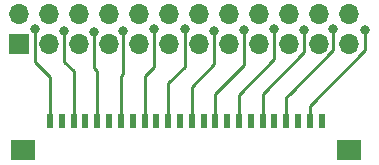
<source format=gbr>
%TF.GenerationSoftware,KiCad,Pcbnew,7.0.6*%
%TF.CreationDate,2025-05-22T13:23:26+01:00*%
%TF.ProjectId,CubeConnector,43756265-436f-46e6-9e65-63746f722e6b,rev?*%
%TF.SameCoordinates,Original*%
%TF.FileFunction,Copper,L2,Bot*%
%TF.FilePolarity,Positive*%
%FSLAX46Y46*%
G04 Gerber Fmt 4.6, Leading zero omitted, Abs format (unit mm)*
G04 Created by KiCad (PCBNEW 7.0.6) date 2025-05-22 13:23:26*
%MOMM*%
%LPD*%
G01*
G04 APERTURE LIST*
%TA.AperFunction,ComponentPad*%
%ADD10R,1.700000X1.700000*%
%TD*%
%TA.AperFunction,ComponentPad*%
%ADD11O,1.700000X1.700000*%
%TD*%
%TA.AperFunction,SMDPad,CuDef*%
%ADD12R,2.000000X1.800000*%
%TD*%
%TA.AperFunction,SMDPad,CuDef*%
%ADD13R,0.600000X1.300000*%
%TD*%
%TA.AperFunction,ViaPad*%
%ADD14C,0.800000*%
%TD*%
%TA.AperFunction,Conductor*%
%ADD15C,0.250000*%
%TD*%
G04 APERTURE END LIST*
D10*
%TO.P,REF\u002A\u002A,1*%
%TO.N,N/C*%
X61280000Y-24600000D03*
D11*
%TO.P,REF\u002A\u002A,2*%
X61280000Y-22060000D03*
%TO.P,REF\u002A\u002A,3*%
X63820000Y-24600000D03*
%TO.P,REF\u002A\u002A,4*%
X63820000Y-22060000D03*
%TO.P,REF\u002A\u002A,5*%
X66360000Y-24600000D03*
%TO.P,REF\u002A\u002A,6*%
X66360000Y-22060000D03*
%TO.P,REF\u002A\u002A,7*%
X68900000Y-24600000D03*
%TO.P,REF\u002A\u002A,8*%
X68900000Y-22060000D03*
%TO.P,REF\u002A\u002A,9*%
X71440000Y-24600000D03*
%TO.P,REF\u002A\u002A,10*%
X71440000Y-22060000D03*
%TO.P,REF\u002A\u002A,11*%
X73980000Y-24600000D03*
%TO.P,REF\u002A\u002A,12*%
X73980000Y-22060000D03*
%TO.P,REF\u002A\u002A,13*%
X76520000Y-24600000D03*
%TO.P,REF\u002A\u002A,14*%
X76520000Y-22060000D03*
%TO.P,REF\u002A\u002A,15*%
X79060000Y-24600000D03*
%TO.P,REF\u002A\u002A,16*%
X79060000Y-22060000D03*
%TO.P,REF\u002A\u002A,17*%
X81600000Y-24600000D03*
%TO.P,REF\u002A\u002A,18*%
X81600000Y-22060000D03*
%TO.P,REF\u002A\u002A,19*%
X84140000Y-24600000D03*
%TO.P,REF\u002A\u002A,20*%
X84140000Y-22060000D03*
%TO.P,REF\u002A\u002A,21*%
X86680000Y-24600000D03*
%TO.P,REF\u002A\u002A,22*%
X86680000Y-22060000D03*
%TO.P,REF\u002A\u002A,23*%
X89220000Y-24600000D03*
%TO.P,REF\u002A\u002A,24*%
X89220000Y-22060000D03*
%TD*%
D12*
%TO.P,REF\u002A\u002A,0*%
%TO.N,N/C*%
X89200000Y-33600000D03*
X61600000Y-33600000D03*
D13*
%TO.P,REF\u002A\u002A,1*%
X86900000Y-31100000D03*
%TO.P,REF\u002A\u002A,2*%
X85900000Y-31100000D03*
%TO.P,REF\u002A\u002A,3*%
X84900000Y-31100000D03*
%TO.P,REF\u002A\u002A,4*%
X83900000Y-31100000D03*
%TO.P,REF\u002A\u002A,5*%
X82900000Y-31100000D03*
%TO.P,REF\u002A\u002A,6*%
X81900000Y-31100000D03*
%TO.P,REF\u002A\u002A,7*%
X80900000Y-31100000D03*
%TO.P,REF\u002A\u002A,8*%
X79900000Y-31100000D03*
%TO.P,REF\u002A\u002A,9*%
X78900000Y-31100000D03*
%TO.P,REF\u002A\u002A,10*%
X77900000Y-31100000D03*
%TO.P,REF\u002A\u002A,11*%
X76900000Y-31100000D03*
%TO.P,REF\u002A\u002A,12*%
X75900000Y-31100000D03*
%TO.P,REF\u002A\u002A,13*%
X74900000Y-31100000D03*
%TO.P,REF\u002A\u002A,14*%
X73900000Y-31100000D03*
%TO.P,REF\u002A\u002A,15*%
X72900000Y-31100000D03*
%TO.P,REF\u002A\u002A,16*%
X71900000Y-31100000D03*
%TO.P,REF\u002A\u002A,17*%
X70900000Y-31100000D03*
%TO.P,REF\u002A\u002A,18*%
X69900000Y-31100000D03*
%TO.P,REF\u002A\u002A,19*%
X68900000Y-31100000D03*
%TO.P,REF\u002A\u002A,20*%
X67900000Y-31100000D03*
%TO.P,REF\u002A\u002A,21*%
X66900000Y-31100000D03*
%TO.P,REF\u002A\u002A,22*%
X65900000Y-31100000D03*
%TO.P,REF\u002A\u002A,23*%
X64900000Y-31100000D03*
%TO.P,REF\u002A\u002A,24*%
X63900000Y-31100000D03*
%TD*%
D14*
%TO.N,*%
X90600000Y-23400000D03*
X87900000Y-23300000D03*
X85400000Y-23400000D03*
X82900000Y-23300000D03*
X80300000Y-23400000D03*
X77800000Y-23500000D03*
X75300000Y-23300000D03*
X72700000Y-23300000D03*
X70100000Y-23500000D03*
X67600000Y-23600000D03*
X65100000Y-23500000D03*
X62600000Y-23300000D03*
%TD*%
D15*
%TO.N,*%
X85900000Y-29800000D02*
X90600000Y-25100000D01*
X90600000Y-25100000D02*
X90600000Y-23400000D01*
X85900000Y-31100000D02*
X85900000Y-29800000D01*
X87900000Y-24900000D02*
X87900000Y-23300000D01*
X87900000Y-25100000D02*
X87900000Y-24900000D01*
X84200000Y-28800000D02*
X87900000Y-25100000D01*
X83900000Y-29100000D02*
X84200000Y-28800000D01*
X83900000Y-31100000D02*
X83900000Y-29100000D01*
X85400000Y-25300000D02*
X85400000Y-23400000D01*
X81900000Y-28800000D02*
X85400000Y-25300000D01*
X81900000Y-31100000D02*
X81900000Y-28800000D01*
X82900000Y-24100000D02*
X82900000Y-23300000D01*
X82900000Y-25900000D02*
X82900000Y-24100000D01*
X79900000Y-31100000D02*
X79900000Y-28900000D01*
X79900000Y-28900000D02*
X82900000Y-25900000D01*
X80300000Y-26400000D02*
X80300000Y-23400000D01*
X77900000Y-28800000D02*
X80300000Y-26400000D01*
X77900000Y-31100000D02*
X77900000Y-28800000D01*
X77800000Y-24300000D02*
X77800000Y-23500000D01*
X77800000Y-26300000D02*
X77800000Y-24300000D01*
X75900000Y-28200000D02*
X77800000Y-26300000D01*
X75900000Y-31100000D02*
X75900000Y-28200000D01*
X75300000Y-23700000D02*
X75300000Y-23300000D01*
X75300000Y-26500000D02*
X75300000Y-23700000D01*
X74000000Y-27800000D02*
X75300000Y-26500000D01*
X73900000Y-27900000D02*
X74000000Y-27800000D01*
X73900000Y-31100000D02*
X73900000Y-27900000D01*
X72700000Y-24000000D02*
X72700000Y-23300000D01*
X72700000Y-26500000D02*
X72700000Y-24000000D01*
X71900000Y-27300000D02*
X72700000Y-26500000D01*
X71900000Y-31100000D02*
X71900000Y-27300000D01*
X70100000Y-27000000D02*
X70100000Y-23500000D01*
X70100000Y-27100000D02*
X70100000Y-27000000D01*
X69900000Y-27300000D02*
X70100000Y-27100000D01*
X69900000Y-31100000D02*
X69900000Y-27300000D01*
X67600000Y-26600000D02*
X67600000Y-24900000D01*
X67600000Y-24900000D02*
X67600000Y-23600000D01*
X67900000Y-26900000D02*
X67600000Y-26600000D01*
X67900000Y-31100000D02*
X67900000Y-26900000D01*
X65100000Y-26100000D02*
X65100000Y-23500000D01*
X65900000Y-27000000D02*
X65900000Y-26900000D01*
X65900000Y-26900000D02*
X65100000Y-26100000D01*
X65900000Y-31100000D02*
X65900000Y-27000000D01*
X63900000Y-27400000D02*
X62600000Y-26100000D01*
X63900000Y-27500000D02*
X63900000Y-27400000D01*
X62600000Y-26100000D02*
X62600000Y-23300000D01*
X63900000Y-31100000D02*
X63900000Y-27500000D01*
X63820000Y-22060000D02*
X63820000Y-22420000D01*
%TD*%
M02*

</source>
